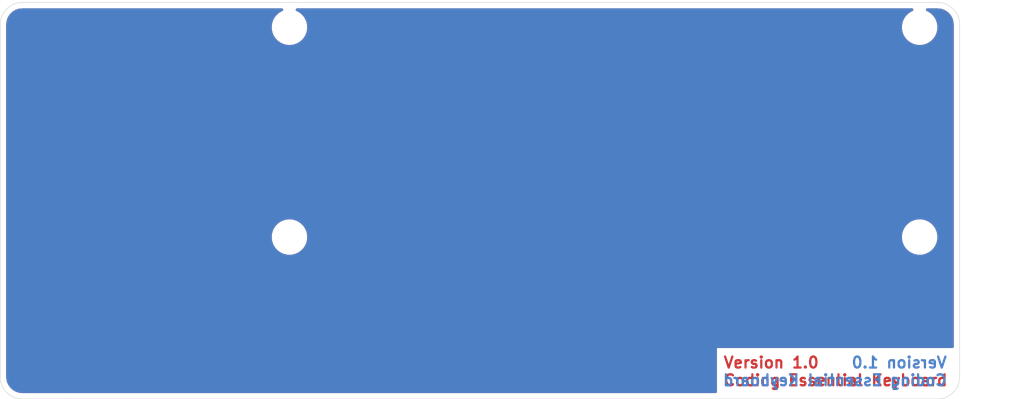
<source format=kicad_pcb>
(kicad_pcb (version 20171130) (host pcbnew "(5.1.9)-1")

  (general
    (thickness 1.6)
    (drawings 12)
    (tracks 0)
    (zones 0)
    (modules 4)
    (nets 1)
  )

  (page A4)
  (layers
    (0 F.Cu signal)
    (31 B.Cu signal)
    (32 B.Adhes user)
    (33 F.Adhes user)
    (34 B.Paste user)
    (35 F.Paste user)
    (36 B.SilkS user)
    (37 F.SilkS user)
    (38 B.Mask user)
    (39 F.Mask user)
    (40 Dwgs.User user)
    (41 Cmts.User user)
    (42 Eco1.User user)
    (43 Eco2.User user)
    (44 Edge.Cuts user)
    (45 Margin user)
    (46 B.CrtYd user)
    (47 F.CrtYd user)
    (48 B.Fab user)
    (49 F.Fab user)
  )

  (setup
    (last_trace_width 0.25)
    (trace_clearance 0.2)
    (zone_clearance 0.508)
    (zone_45_only no)
    (trace_min 0.2)
    (via_size 0.8)
    (via_drill 0.4)
    (via_min_size 0.4)
    (via_min_drill 0.3)
    (uvia_size 0.3)
    (uvia_drill 0.1)
    (uvias_allowed no)
    (uvia_min_size 0.2)
    (uvia_min_drill 0.1)
    (edge_width 0.05)
    (segment_width 0.2)
    (pcb_text_width 0.3)
    (pcb_text_size 1.5 1.5)
    (mod_edge_width 0.12)
    (mod_text_size 1 1)
    (mod_text_width 0.15)
    (pad_size 1.524 1.524)
    (pad_drill 0.762)
    (pad_to_mask_clearance 0)
    (aux_axis_origin 0 0)
    (visible_elements FFFFFF7F)
    (pcbplotparams
      (layerselection 0x010fc_ffffffff)
      (usegerberextensions false)
      (usegerberattributes true)
      (usegerberadvancedattributes true)
      (creategerberjobfile true)
      (excludeedgelayer true)
      (linewidth 0.100000)
      (plotframeref false)
      (viasonmask false)
      (mode 1)
      (useauxorigin false)
      (hpglpennumber 1)
      (hpglpenspeed 20)
      (hpglpendiameter 15.000000)
      (psnegative false)
      (psa4output false)
      (plotreference true)
      (plotvalue true)
      (plotinvisibletext false)
      (padsonsilk false)
      (subtractmaskfromsilk false)
      (outputformat 1)
      (mirror false)
      (drillshape 1)
      (scaleselection 1)
      (outputdirectory ""))
  )

  (net 0 "")

  (net_class Default "This is the default net class."
    (clearance 0.2)
    (trace_width 0.25)
    (via_dia 0.8)
    (via_drill 0.4)
    (uvia_dia 0.3)
    (uvia_drill 0.1)
  )

  (module MountingHole:MountingHole_2.2mm_M2 (layer F.Cu) (tedit 56D1B4CB) (tstamp 600EA68F)
    (at 76.225 -114.7)
    (descr "Mounting Hole 2.2mm, no annular, M2")
    (tags "mounting hole 2.2mm no annular m2")
    (attr virtual)
    (fp_text reference M2_3 (at 0 -3.2) (layer F.SilkS) hide
      (effects (font (size 1 1) (thickness 0.15)))
    )
    (fp_text value MountingHole_2.2mm_M2 (at 0 3.2) (layer F.Fab)
      (effects (font (size 1 1) (thickness 0.15)))
    )
    (fp_circle (center 0 0) (end 2.45 0) (layer F.CrtYd) (width 0.05))
    (fp_circle (center 0 0) (end 2.2 0) (layer Cmts.User) (width 0.15))
    (fp_text user %R (at 0.3 0) (layer F.Fab)
      (effects (font (size 1 1) (thickness 0.15)))
    )
    (pad 1 np_thru_hole circle (at 0 0) (size 2.2 2.2) (drill 2.2) (layers *.Cu *.Mask))
  )

  (module MountingHole:MountingHole_2.2mm_M2 (layer F.Cu) (tedit 56D1B4CB) (tstamp 600EA688)
    (at 76.225 -133.75)
    (descr "Mounting Hole 2.2mm, no annular, M2")
    (tags "mounting hole 2.2mm no annular m2")
    (attr virtual)
    (fp_text reference M2_1 (at 0 -3.2) (layer F.SilkS) hide
      (effects (font (size 1 1) (thickness 0.15)))
    )
    (fp_text value MountingHole_2.2mm_M2 (at 0 3.2) (layer F.Fab)
      (effects (font (size 1 1) (thickness 0.15)))
    )
    (fp_circle (center 0 0) (end 2.45 0) (layer F.CrtYd) (width 0.05))
    (fp_circle (center 0 0) (end 2.2 0) (layer Cmts.User) (width 0.15))
    (fp_text user %R (at 0.3 0) (layer F.Fab)
      (effects (font (size 1 1) (thickness 0.15)))
    )
    (pad 1 np_thru_hole circle (at 0 0) (size 2.2 2.2) (drill 2.2) (layers *.Cu *.Mask))
  )

  (module MountingHole:MountingHole_2.2mm_M2 (layer F.Cu) (tedit 56D1B4CB) (tstamp 600EA681)
    (at 133.375 -114.7)
    (descr "Mounting Hole 2.2mm, no annular, M2")
    (tags "mounting hole 2.2mm no annular m2")
    (attr virtual)
    (fp_text reference M2_4 (at 0 -3.2) (layer F.SilkS) hide
      (effects (font (size 1 1) (thickness 0.15)))
    )
    (fp_text value MountingHole_2.2mm_M2 (at 0 3.2) (layer F.Fab)
      (effects (font (size 1 1) (thickness 0.15)))
    )
    (fp_circle (center 0 0) (end 2.2 0) (layer Cmts.User) (width 0.15))
    (fp_circle (center 0 0) (end 2.45 0) (layer F.CrtYd) (width 0.05))
    (fp_text user %R (at 0.3 0) (layer F.Fab)
      (effects (font (size 1 1) (thickness 0.15)))
    )
    (pad 1 np_thru_hole circle (at 0 0) (size 2.2 2.2) (drill 2.2) (layers *.Cu *.Mask))
  )

  (module MountingHole:MountingHole_2.2mm_M2 (layer F.Cu) (tedit 56D1B4CB) (tstamp 600EA67A)
    (at 133.375 -133.75)
    (descr "Mounting Hole 2.2mm, no annular, M2")
    (tags "mounting hole 2.2mm no annular m2")
    (attr virtual)
    (fp_text reference M2_2 (at 0 -3.2) (layer F.SilkS) hide
      (effects (font (size 1 1) (thickness 0.15)))
    )
    (fp_text value MountingHole_2.2mm_M2 (at 0 3.2) (layer F.Fab)
      (effects (font (size 1 1) (thickness 0.15)))
    )
    (fp_circle (center 0 0) (end 2.2 0) (layer Cmts.User) (width 0.15))
    (fp_circle (center 0 0) (end 2.45 0) (layer F.CrtYd) (width 0.05))
    (fp_text user %R (at 0.3 0) (layer F.Fab)
      (effects (font (size 1 1) (thickness 0.15)))
    )
    (pad 1 np_thru_hole circle (at 0 0) (size 2.2 2.2) (drill 2.2) (layers *.Cu *.Mask))
  )

  (gr_text "Version 1.0\nCoding Essential Keyboard" (at 135.938095 -102.5) (layer B.Cu) (tstamp 600EFD30)
    (effects (font (size 1 1) (thickness 0.2)) (justify left mirror))
  )
  (gr_text "Version 1.0\nCoding Essential Keyboard" (at 115.5 -102.5) (layer F.Cu)
    (effects (font (size 1 1) (thickness 0.2)) (justify left))
  )
  (gr_line (start 135 -136) (end 56 -136) (layer Edge.Cuts) (width 0.05) (tstamp 600EA5AA))
  (gr_arc (start 135 -134) (end 137 -134) (angle -90) (layer Edge.Cuts) (width 0.05) (tstamp 600EA5A8))
  (gr_line (start 50 -134) (end 50 -102) (layer Edge.Cuts) (width 0.05) (tstamp 600EA5A7))
  (gr_arc (start 135 -102) (end 135 -100) (angle -90) (layer Edge.Cuts) (width 0.05) (tstamp 600EA5A5))
  (gr_arc (start 52 -102) (end 50 -102) (angle -90) (layer Edge.Cuts) (width 0.05) (tstamp 600EA5A3))
  (gr_line (start 56 -100) (end 135 -100) (layer Edge.Cuts) (width 0.05) (tstamp 600EA5A2))
  (gr_line (start 137 -134) (end 137 -102) (layer Edge.Cuts) (width 0.05) (tstamp 600EA5A1))
  (gr_arc (start 52 -134) (end 52 -136) (angle -90) (layer Edge.Cuts) (width 0.05) (tstamp 600EA59E))
  (gr_line (start 52 -136) (end 56 -136) (layer Edge.Cuts) (width 0.05) (tstamp 600EA599))
  (gr_line (start 52 -100) (end 56 -100) (layer Edge.Cuts) (width 0.05) (tstamp 600EA598))

  (zone (net 0) (net_name "") (layer F.Cu) (tstamp 0) (hatch edge 0.508)
    (connect_pads (clearance 0.508))
    (min_thickness 0.254)
    (fill yes (arc_segments 32) (thermal_gap 0.508) (thermal_bridge_width 0.508))
    (polygon
      (pts
        (xy 137 -100) (xy 50 -100) (xy 50 -136) (xy 137 -136)
      )
    )
    (filled_polygon
      (pts
        (xy 75.403169 -135.287537) (xy 75.119002 -135.097663) (xy 74.877337 -134.855998) (xy 74.687463 -134.571831) (xy 74.556675 -134.256081)
        (xy 74.49 -133.920883) (xy 74.49 -133.579117) (xy 74.556675 -133.243919) (xy 74.687463 -132.928169) (xy 74.877337 -132.644002)
        (xy 75.119002 -132.402337) (xy 75.403169 -132.212463) (xy 75.718919 -132.081675) (xy 76.054117 -132.015) (xy 76.395883 -132.015)
        (xy 76.731081 -132.081675) (xy 77.046831 -132.212463) (xy 77.330998 -132.402337) (xy 77.572663 -132.644002) (xy 77.762537 -132.928169)
        (xy 77.893325 -133.243919) (xy 77.96 -133.579117) (xy 77.96 -133.920883) (xy 77.893325 -134.256081) (xy 77.762537 -134.571831)
        (xy 77.572663 -134.855998) (xy 77.330998 -135.097663) (xy 77.046831 -135.287537) (xy 76.920174 -135.34) (xy 132.679826 -135.34)
        (xy 132.553169 -135.287537) (xy 132.269002 -135.097663) (xy 132.027337 -134.855998) (xy 131.837463 -134.571831) (xy 131.706675 -134.256081)
        (xy 131.64 -133.920883) (xy 131.64 -133.579117) (xy 131.706675 -133.243919) (xy 131.837463 -132.928169) (xy 132.027337 -132.644002)
        (xy 132.269002 -132.402337) (xy 132.553169 -132.212463) (xy 132.868919 -132.081675) (xy 133.204117 -132.015) (xy 133.545883 -132.015)
        (xy 133.881081 -132.081675) (xy 134.196831 -132.212463) (xy 134.480998 -132.402337) (xy 134.722663 -132.644002) (xy 134.912537 -132.928169)
        (xy 135.043325 -133.243919) (xy 135.11 -133.579117) (xy 135.11 -133.920883) (xy 135.043325 -134.256081) (xy 134.912537 -134.571831)
        (xy 134.722663 -134.855998) (xy 134.480998 -135.097663) (xy 134.196831 -135.287537) (xy 134.070174 -135.34) (xy 134.967721 -135.34)
        (xy 135.259659 -135.311375) (xy 135.509429 -135.235965) (xy 135.739792 -135.113478) (xy 135.94198 -134.948578) (xy 136.108286 -134.74755)
        (xy 136.232378 -134.518046) (xy 136.309531 -134.268805) (xy 136.34 -133.978911) (xy 136.340001 -104.755) (xy 114.865 -104.755)
        (xy 114.865 -100.66) (xy 52.032279 -100.66) (xy 51.74034 -100.688625) (xy 51.490571 -100.764035) (xy 51.260206 -100.886523)
        (xy 51.058021 -101.051421) (xy 50.891712 -101.252454) (xy 50.767622 -101.481954) (xy 50.690469 -101.731195) (xy 50.66 -102.021089)
        (xy 50.66 -114.870883) (xy 74.49 -114.870883) (xy 74.49 -114.529117) (xy 74.556675 -114.193919) (xy 74.687463 -113.878169)
        (xy 74.877337 -113.594002) (xy 75.119002 -113.352337) (xy 75.403169 -113.162463) (xy 75.718919 -113.031675) (xy 76.054117 -112.965)
        (xy 76.395883 -112.965) (xy 76.731081 -113.031675) (xy 77.046831 -113.162463) (xy 77.330998 -113.352337) (xy 77.572663 -113.594002)
        (xy 77.762537 -113.878169) (xy 77.893325 -114.193919) (xy 77.96 -114.529117) (xy 77.96 -114.870883) (xy 131.64 -114.870883)
        (xy 131.64 -114.529117) (xy 131.706675 -114.193919) (xy 131.837463 -113.878169) (xy 132.027337 -113.594002) (xy 132.269002 -113.352337)
        (xy 132.553169 -113.162463) (xy 132.868919 -113.031675) (xy 133.204117 -112.965) (xy 133.545883 -112.965) (xy 133.881081 -113.031675)
        (xy 134.196831 -113.162463) (xy 134.480998 -113.352337) (xy 134.722663 -113.594002) (xy 134.912537 -113.878169) (xy 135.043325 -114.193919)
        (xy 135.11 -114.529117) (xy 135.11 -114.870883) (xy 135.043325 -115.206081) (xy 134.912537 -115.521831) (xy 134.722663 -115.805998)
        (xy 134.480998 -116.047663) (xy 134.196831 -116.237537) (xy 133.881081 -116.368325) (xy 133.545883 -116.435) (xy 133.204117 -116.435)
        (xy 132.868919 -116.368325) (xy 132.553169 -116.237537) (xy 132.269002 -116.047663) (xy 132.027337 -115.805998) (xy 131.837463 -115.521831)
        (xy 131.706675 -115.206081) (xy 131.64 -114.870883) (xy 77.96 -114.870883) (xy 77.893325 -115.206081) (xy 77.762537 -115.521831)
        (xy 77.572663 -115.805998) (xy 77.330998 -116.047663) (xy 77.046831 -116.237537) (xy 76.731081 -116.368325) (xy 76.395883 -116.435)
        (xy 76.054117 -116.435) (xy 75.718919 -116.368325) (xy 75.403169 -116.237537) (xy 75.119002 -116.047663) (xy 74.877337 -115.805998)
        (xy 74.687463 -115.521831) (xy 74.556675 -115.206081) (xy 74.49 -114.870883) (xy 50.66 -114.870883) (xy 50.66 -133.967721)
        (xy 50.688625 -134.259659) (xy 50.764035 -134.509429) (xy 50.886522 -134.739792) (xy 51.051422 -134.94198) (xy 51.25245 -135.108286)
        (xy 51.481954 -135.232378) (xy 51.731195 -135.309531) (xy 52.021088 -135.34) (xy 75.529826 -135.34)
      )
    )
  )
  (zone (net 0) (net_name "") (layer B.Cu) (tstamp 0) (hatch edge 0.508)
    (connect_pads (clearance 0.508))
    (min_thickness 0.254)
    (fill yes (arc_segments 32) (thermal_gap 0.508) (thermal_bridge_width 0.508))
    (polygon
      (pts
        (xy 137 -100) (xy 50 -100) (xy 50 -136) (xy 137 -136)
      )
    )
    (filled_polygon
      (pts
        (xy 75.403169 -135.287537) (xy 75.119002 -135.097663) (xy 74.877337 -134.855998) (xy 74.687463 -134.571831) (xy 74.556675 -134.256081)
        (xy 74.49 -133.920883) (xy 74.49 -133.579117) (xy 74.556675 -133.243919) (xy 74.687463 -132.928169) (xy 74.877337 -132.644002)
        (xy 75.119002 -132.402337) (xy 75.403169 -132.212463) (xy 75.718919 -132.081675) (xy 76.054117 -132.015) (xy 76.395883 -132.015)
        (xy 76.731081 -132.081675) (xy 77.046831 -132.212463) (xy 77.330998 -132.402337) (xy 77.572663 -132.644002) (xy 77.762537 -132.928169)
        (xy 77.893325 -133.243919) (xy 77.96 -133.579117) (xy 77.96 -133.920883) (xy 77.893325 -134.256081) (xy 77.762537 -134.571831)
        (xy 77.572663 -134.855998) (xy 77.330998 -135.097663) (xy 77.046831 -135.287537) (xy 76.920174 -135.34) (xy 132.679826 -135.34)
        (xy 132.553169 -135.287537) (xy 132.269002 -135.097663) (xy 132.027337 -134.855998) (xy 131.837463 -134.571831) (xy 131.706675 -134.256081)
        (xy 131.64 -133.920883) (xy 131.64 -133.579117) (xy 131.706675 -133.243919) (xy 131.837463 -132.928169) (xy 132.027337 -132.644002)
        (xy 132.269002 -132.402337) (xy 132.553169 -132.212463) (xy 132.868919 -132.081675) (xy 133.204117 -132.015) (xy 133.545883 -132.015)
        (xy 133.881081 -132.081675) (xy 134.196831 -132.212463) (xy 134.480998 -132.402337) (xy 134.722663 -132.644002) (xy 134.912537 -132.928169)
        (xy 135.043325 -133.243919) (xy 135.11 -133.579117) (xy 135.11 -133.920883) (xy 135.043325 -134.256081) (xy 134.912537 -134.571831)
        (xy 134.722663 -134.855998) (xy 134.480998 -135.097663) (xy 134.196831 -135.287537) (xy 134.070174 -135.34) (xy 134.967721 -135.34)
        (xy 135.259659 -135.311375) (xy 135.509429 -135.235965) (xy 135.739792 -135.113478) (xy 135.94198 -134.948578) (xy 136.108286 -134.74755)
        (xy 136.232378 -134.518046) (xy 136.309531 -134.268805) (xy 136.34 -133.978911) (xy 136.340001 -104.755) (xy 114.865 -104.755)
        (xy 114.865 -100.66) (xy 52.032279 -100.66) (xy 51.74034 -100.688625) (xy 51.490571 -100.764035) (xy 51.260206 -100.886523)
        (xy 51.058021 -101.051421) (xy 50.891712 -101.252454) (xy 50.767622 -101.481954) (xy 50.690469 -101.731195) (xy 50.66 -102.021089)
        (xy 50.66 -114.870883) (xy 74.49 -114.870883) (xy 74.49 -114.529117) (xy 74.556675 -114.193919) (xy 74.687463 -113.878169)
        (xy 74.877337 -113.594002) (xy 75.119002 -113.352337) (xy 75.403169 -113.162463) (xy 75.718919 -113.031675) (xy 76.054117 -112.965)
        (xy 76.395883 -112.965) (xy 76.731081 -113.031675) (xy 77.046831 -113.162463) (xy 77.330998 -113.352337) (xy 77.572663 -113.594002)
        (xy 77.762537 -113.878169) (xy 77.893325 -114.193919) (xy 77.96 -114.529117) (xy 77.96 -114.870883) (xy 131.64 -114.870883)
        (xy 131.64 -114.529117) (xy 131.706675 -114.193919) (xy 131.837463 -113.878169) (xy 132.027337 -113.594002) (xy 132.269002 -113.352337)
        (xy 132.553169 -113.162463) (xy 132.868919 -113.031675) (xy 133.204117 -112.965) (xy 133.545883 -112.965) (xy 133.881081 -113.031675)
        (xy 134.196831 -113.162463) (xy 134.480998 -113.352337) (xy 134.722663 -113.594002) (xy 134.912537 -113.878169) (xy 135.043325 -114.193919)
        (xy 135.11 -114.529117) (xy 135.11 -114.870883) (xy 135.043325 -115.206081) (xy 134.912537 -115.521831) (xy 134.722663 -115.805998)
        (xy 134.480998 -116.047663) (xy 134.196831 -116.237537) (xy 133.881081 -116.368325) (xy 133.545883 -116.435) (xy 133.204117 -116.435)
        (xy 132.868919 -116.368325) (xy 132.553169 -116.237537) (xy 132.269002 -116.047663) (xy 132.027337 -115.805998) (xy 131.837463 -115.521831)
        (xy 131.706675 -115.206081) (xy 131.64 -114.870883) (xy 77.96 -114.870883) (xy 77.893325 -115.206081) (xy 77.762537 -115.521831)
        (xy 77.572663 -115.805998) (xy 77.330998 -116.047663) (xy 77.046831 -116.237537) (xy 76.731081 -116.368325) (xy 76.395883 -116.435)
        (xy 76.054117 -116.435) (xy 75.718919 -116.368325) (xy 75.403169 -116.237537) (xy 75.119002 -116.047663) (xy 74.877337 -115.805998)
        (xy 74.687463 -115.521831) (xy 74.556675 -115.206081) (xy 74.49 -114.870883) (xy 50.66 -114.870883) (xy 50.66 -133.967721)
        (xy 50.688625 -134.259659) (xy 50.764035 -134.509429) (xy 50.886522 -134.739792) (xy 51.051422 -134.94198) (xy 51.25245 -135.108286)
        (xy 51.481954 -135.232378) (xy 51.731195 -135.309531) (xy 52.021088 -135.34) (xy 75.529826 -135.34)
      )
    )
  )
)

</source>
